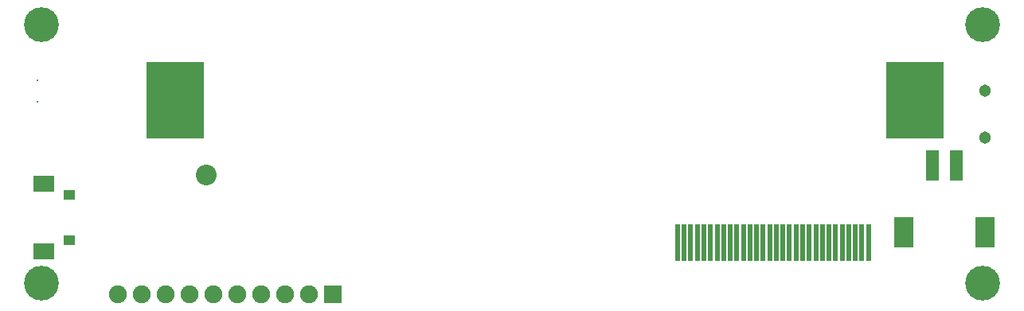
<source format=gbs>
G04*
G04 #@! TF.GenerationSoftware,Altium Limited,Altium Designer,18.1.9 (240)*
G04*
G04 Layer_Color=16711935*
%FSLAX25Y25*%
%MOIN*%
G70*
G01*
G75*
%ADD54C,0.05131*%
%ADD55C,0.00800*%
%ADD56C,0.08674*%
%ADD57C,0.07493*%
%ADD58R,0.07493X0.07493*%
%ADD59R,0.08674X0.06706*%
%ADD60R,0.04737X0.03950*%
%ADD61C,0.14580*%
%ADD112R,0.24422X0.32296*%
%ADD113R,0.02375X0.15761*%
%ADD114R,0.07887X0.12611*%
%ADD115R,0.05524X0.12611*%
D54*
X404724Y90551D02*
D03*
Y70866D02*
D03*
D55*
X7874Y95079D02*
D03*
Y86024D02*
D03*
D56*
X78740Y55118D02*
D03*
D57*
X61614Y5118D02*
D03*
X71614D02*
D03*
X81614D02*
D03*
X121614D02*
D03*
X111614D02*
D03*
X101614D02*
D03*
X91614D02*
D03*
X51614D02*
D03*
X41614D02*
D03*
D58*
X131614D02*
D03*
D59*
X10630Y23130D02*
D03*
Y51673D02*
D03*
D60*
X21299Y46949D02*
D03*
Y27854D02*
D03*
D61*
X403543Y9843D02*
D03*
Y118110D02*
D03*
X9843Y9843D02*
D03*
Y118110D02*
D03*
D112*
X375315Y86614D02*
D03*
X65630D02*
D03*
D113*
X353149Y26772D02*
D03*
X350394D02*
D03*
X347638D02*
D03*
X344882D02*
D03*
X342126D02*
D03*
X339370D02*
D03*
X336614D02*
D03*
X333858D02*
D03*
X331102D02*
D03*
X328346D02*
D03*
X325590D02*
D03*
X322834D02*
D03*
X320079D02*
D03*
X317323D02*
D03*
X314567D02*
D03*
X311811D02*
D03*
X309055D02*
D03*
X306299D02*
D03*
X303543D02*
D03*
X281496D02*
D03*
X278740D02*
D03*
X355905D02*
D03*
X275984D02*
D03*
X284252D02*
D03*
X287008D02*
D03*
X289764D02*
D03*
X292520D02*
D03*
X295276D02*
D03*
X298031D02*
D03*
X300787D02*
D03*
D114*
X370563Y31299D02*
D03*
X404634D02*
D03*
D115*
X382677Y59374D02*
D03*
X392520D02*
D03*
M02*

</source>
